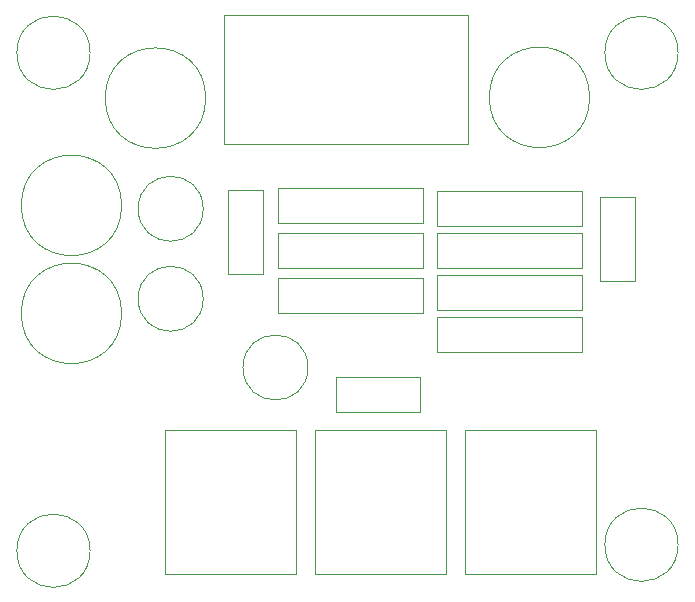
<source format=gbr>
G04 #@! TF.GenerationSoftware,KiCad,Pcbnew,(5.1.4-0-10_14)*
G04 #@! TF.CreationDate,2021-05-27T15:15:14+02:00*
G04 #@! TF.ProjectId,Untitled,556e7469-746c-4656-942e-6b696361645f,rev?*
G04 #@! TF.SameCoordinates,Original*
G04 #@! TF.FileFunction,Other,User*
%FSLAX46Y46*%
G04 Gerber Fmt 4.6, Leading zero omitted, Abs format (unit mm)*
G04 Created by KiCad (PCBNEW (5.1.4-0-10_14)) date 2021-05-27 15:15:14*
%MOMM*%
%LPD*%
G04 APERTURE LIST*
%ADD10C,0.050000*%
G04 APERTURE END LIST*
D10*
X136686000Y-72112000D02*
X136686000Y-69112000D01*
X136686000Y-69112000D02*
X129586000Y-69112000D01*
X129586000Y-69112000D02*
X129586000Y-72112000D01*
X129586000Y-72112000D02*
X136686000Y-72112000D01*
X118340000Y-54864000D02*
G75*
G03X118340000Y-54864000I-2750000J0D01*
G01*
X118340000Y-62484000D02*
G75*
G03X118340000Y-62484000I-2750000J0D01*
G01*
X127210000Y-68306000D02*
G75*
G03X127210000Y-68306000I-2750000J0D01*
G01*
X111438000Y-54582000D02*
G75*
G03X111438000Y-54582000I-4250000J0D01*
G01*
X111438000Y-63726000D02*
G75*
G03X111438000Y-63726000I-4250000J0D01*
G01*
X151062000Y-45438000D02*
G75*
G03X151062000Y-45438000I-4250000J0D01*
G01*
X118550000Y-45494000D02*
G75*
G03X118550000Y-45494000I-4250000J0D01*
G01*
X151916000Y-53894000D02*
X151916000Y-60994000D01*
X154916000Y-53894000D02*
X151916000Y-53894000D01*
X154916000Y-60994000D02*
X154916000Y-53894000D01*
X151916000Y-60994000D02*
X154916000Y-60994000D01*
X123420000Y-53306000D02*
X120420000Y-53306000D01*
X120420000Y-53306000D02*
X120420000Y-60406000D01*
X120420000Y-60406000D02*
X123420000Y-60406000D01*
X123420000Y-60406000D02*
X123420000Y-53306000D01*
X127770000Y-73610000D02*
X127770000Y-85810000D01*
X127770000Y-85810000D02*
X138940000Y-85810000D01*
X138940000Y-85810000D02*
X138940000Y-73610000D01*
X138940000Y-73610000D02*
X127770000Y-73610000D01*
X126240000Y-73610000D02*
X115070000Y-73610000D01*
X126240000Y-85810000D02*
X126240000Y-73610000D01*
X115070000Y-85810000D02*
X126240000Y-85810000D01*
X115070000Y-73610000D02*
X115070000Y-85810000D01*
X140470000Y-73610000D02*
X140470000Y-85810000D01*
X140470000Y-85810000D02*
X151640000Y-85810000D01*
X151640000Y-85810000D02*
X151640000Y-73610000D01*
X151640000Y-73610000D02*
X140470000Y-73610000D01*
X124680000Y-56110000D02*
X136940000Y-56110000D01*
X124680000Y-53110000D02*
X124680000Y-56110000D01*
X136940000Y-53110000D02*
X124680000Y-53110000D01*
X136940000Y-56110000D02*
X136940000Y-53110000D01*
X136940000Y-63730000D02*
X136940000Y-60730000D01*
X136940000Y-60730000D02*
X124680000Y-60730000D01*
X124680000Y-60730000D02*
X124680000Y-63730000D01*
X124680000Y-63730000D02*
X136940000Y-63730000D01*
X136940000Y-56920000D02*
X124680000Y-56920000D01*
X136940000Y-59920000D02*
X136940000Y-56920000D01*
X124680000Y-59920000D02*
X136940000Y-59920000D01*
X124680000Y-56920000D02*
X124680000Y-59920000D01*
X138142000Y-56920000D02*
X138142000Y-59920000D01*
X138142000Y-59920000D02*
X150402000Y-59920000D01*
X150402000Y-59920000D02*
X150402000Y-56920000D01*
X150402000Y-56920000D02*
X138142000Y-56920000D01*
X138142000Y-63476000D02*
X150402000Y-63476000D01*
X138142000Y-60476000D02*
X138142000Y-63476000D01*
X150402000Y-60476000D02*
X138142000Y-60476000D01*
X150402000Y-63476000D02*
X150402000Y-60476000D01*
X150402000Y-56364000D02*
X150402000Y-53364000D01*
X150402000Y-53364000D02*
X138142000Y-53364000D01*
X138142000Y-53364000D02*
X138142000Y-56364000D01*
X138142000Y-56364000D02*
X150402000Y-56364000D01*
X138142000Y-64032000D02*
X138142000Y-67032000D01*
X138142000Y-67032000D02*
X150402000Y-67032000D01*
X150402000Y-67032000D02*
X150402000Y-64032000D01*
X150402000Y-64032000D02*
X138142000Y-64032000D01*
X120070000Y-38430000D02*
X120070000Y-49420000D01*
X120070000Y-49420000D02*
X140770000Y-49420000D01*
X140770000Y-49420000D02*
X140770000Y-38430000D01*
X140770000Y-38430000D02*
X120070000Y-38430000D01*
X158548000Y-41656000D02*
G75*
G03X158548000Y-41656000I-3100000J0D01*
G01*
X108764000Y-83820000D02*
G75*
G03X108764000Y-83820000I-3100000J0D01*
G01*
X158548000Y-83312000D02*
G75*
G03X158548000Y-83312000I-3100000J0D01*
G01*
X108764000Y-41656000D02*
G75*
G03X108764000Y-41656000I-3100000J0D01*
G01*
M02*

</source>
